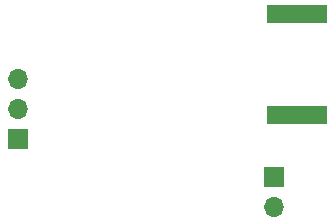
<source format=gbr>
G04 #@! TF.GenerationSoftware,KiCad,Pcbnew,(5.1.9)-1*
G04 #@! TF.CreationDate,2021-04-02T20:51:07-05:00*
G04 #@! TF.ProjectId,coax-probe,636f6178-2d70-4726-9f62-652e6b696361,rev?*
G04 #@! TF.SameCoordinates,Original*
G04 #@! TF.FileFunction,Soldermask,Bot*
G04 #@! TF.FilePolarity,Negative*
%FSLAX46Y46*%
G04 Gerber Fmt 4.6, Leading zero omitted, Abs format (unit mm)*
G04 Created by KiCad (PCBNEW (5.1.9)-1) date 2021-04-02 20:51:07*
%MOMM*%
%LPD*%
G01*
G04 APERTURE LIST*
%ADD10O,1.700000X1.700000*%
%ADD11R,1.700000X1.700000*%
%ADD12R,5.080000X1.500000*%
G04 APERTURE END LIST*
D10*
X180500000Y-89240000D03*
D11*
X180500000Y-86700000D03*
D12*
X182450000Y-72950000D03*
X182450000Y-81450000D03*
D10*
X158800000Y-78460000D03*
X158800000Y-81000000D03*
D11*
X158800000Y-83540000D03*
M02*

</source>
